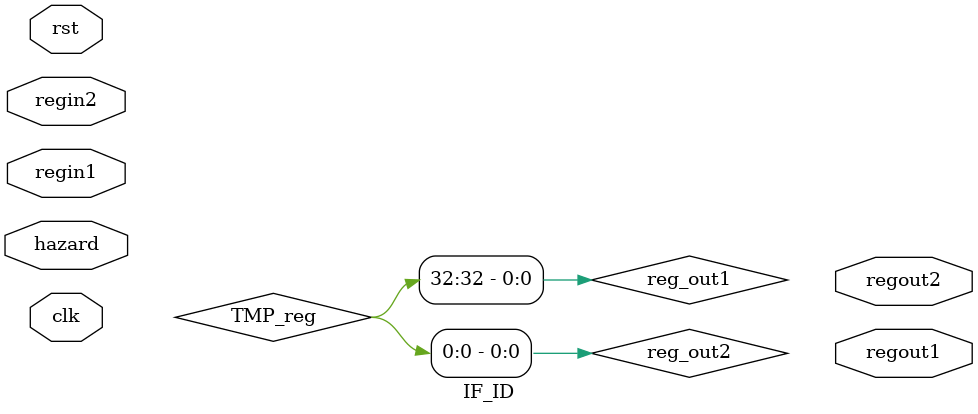
<source format=v>
module IF_ID(
    input clk,
    input rst,
    input hazard,
    input[31:0] regin1,
    input[31:0] regin2,
    output[31:0] regout1,
    output[31:0] regout2
);
    reg[63:0] TMP_reg;

    initial begin
        TMP_reg <= 64'b0;
    end
    always @(posedge rst) begin
        TMP_reg <= 64'b0;
    end
    assign reg_out1 = TMP_reg[63:32];
    assign reg_out2 = TMP_reg[31:0];
    always @(posedge clk) begin
        if(hazard)begin
            TMP_reg <= 64'b0;
        end else begin
            TMP_reg <= {reg_in1, reg_in2};
        end
    end
endmodule // IF_ID_Reg
</source>
